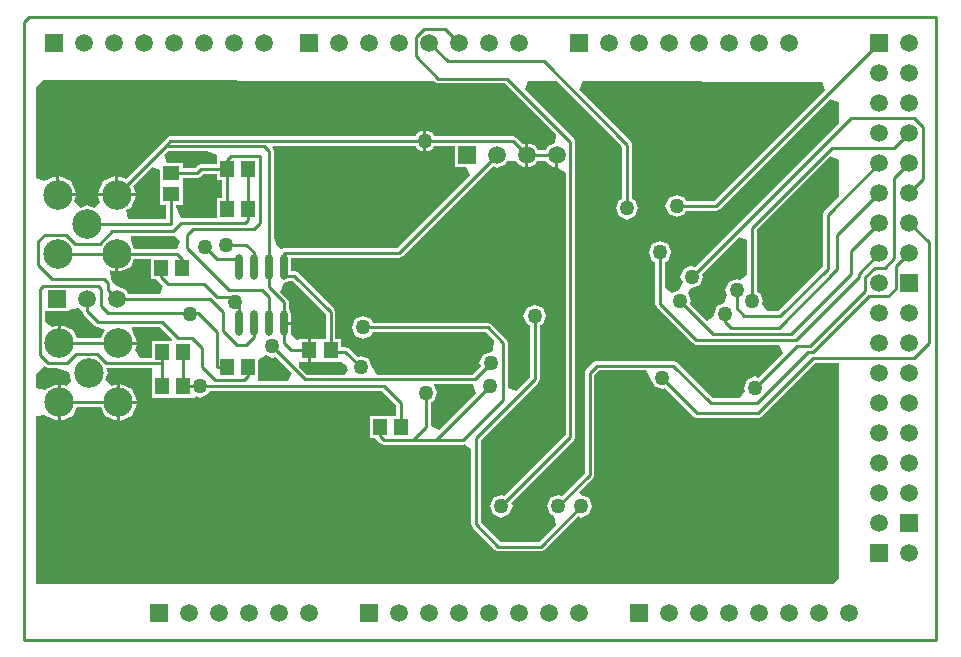
<source format=gbl>
%FSLAX42Y42*%
%MOMM*%
G71*
G01*
G75*
G04 Layer_Physical_Order=2*
G04 Layer_Color=16711680*
%ADD10O,0.60X2.20*%
%ADD11R,0.65X1.10*%
%ADD12R,1.20X1.40*%
%ADD13R,1.40X1.20*%
%ADD14R,2.00X1.30*%
%ADD15R,2.00X2.00*%
%ADD16R,1.40X1.10*%
%ADD17R,1.10X0.65*%
%ADD18O,0.60X2.30*%
%ADD19C,0.25*%
%ADD20R,1.50X1.50*%
%ADD21C,1.50*%
%ADD22R,1.50X1.50*%
%ADD23C,2.50*%
%ADD24C,1.27*%
G36*
X2616Y2831D02*
X2634Y2824D01*
X2651Y2807D01*
X2651Y2807D01*
Y2807D01*
X2663Y2778D01*
X2757Y2684D01*
X2786Y2671D01*
Y2671D01*
X2786Y2671D01*
X2840Y2651D01*
Y2651D01*
X2809Y2577D01*
X2601D01*
X2570Y2651D01*
X2468Y2694D01*
Y2536D01*
X2442D01*
Y2694D01*
X2396Y2674D01*
X2332Y2717D01*
Y2808D01*
X2338D01*
Y2808D01*
X2539D01*
Y2821D01*
X2614Y2836D01*
X2616Y2831D01*
D02*
G37*
G36*
X9055Y4091D02*
Y3779D01*
X8930Y3655D01*
X8918Y3625D01*
Y3185D01*
X8542Y2809D01*
X8450D01*
X8407Y2872D01*
X8415Y2891D01*
X8387Y2959D01*
X8360Y2970D01*
Y3496D01*
X8984Y4120D01*
X9055Y4091D01*
D02*
G37*
G36*
X4710Y2783D02*
Y2572D01*
X4666Y2572D01*
D01*
X4656D01*
Y2572D01*
X4584D01*
Y2476D01*
Y2381D01*
X4656D01*
Y2381D01*
X4656D01*
X4656Y2381D01*
X4666D01*
Y2381D01*
X4836D01*
Y2381D01*
X4837D01*
X4836D01*
X4880Y2353D01*
X4901Y2314D01*
X4872Y2271D01*
X4551D01*
X4485Y2337D01*
Y2381D01*
X4485Y2381D01*
X4558D01*
Y2476D01*
Y2572D01*
X4485D01*
Y2568D01*
X4465Y2560D01*
X4411Y2614D01*
X4416Y2626D01*
Y2694D01*
X4356D01*
Y2719D01*
X4416D01*
Y2786D01*
X4399Y2829D01*
X4397Y2829D01*
Y2883D01*
X4385Y2912D01*
X4325Y2972D01*
X4356Y3046D01*
X4356D01*
X4356Y3046D01*
X4399Y3064D01*
X4399Y3065D01*
X4428D01*
X4710Y2783D01*
D02*
G37*
G36*
X3412Y2565D02*
Y2559D01*
X3412Y2559D01*
X3241D01*
Y2414D01*
X3136D01*
X3093Y2477D01*
X3113Y2523D01*
X2955D01*
Y2549D01*
X3113D01*
X3070Y2651D01*
Y2651D01*
Y2651D01*
Y2651D01*
X3074Y2671D01*
X3305D01*
X3412Y2565D01*
D02*
G37*
G36*
X5984Y2118D02*
X5672Y1806D01*
X5601Y1835D01*
Y2039D01*
X5628Y2050D01*
X5656Y2117D01*
X5656D01*
Y2117D01*
D01*
Y2117D01*
X5656Y2118D01*
X5654Y2123D01*
X5654Y2123D01*
X5628Y2186D01*
Y2186D01*
X5629Y2189D01*
X5955D01*
X5984Y2118D01*
D02*
G37*
G36*
X9055Y546D02*
D01*
X9004Y495D01*
X2261D01*
Y1917D01*
X2335Y1932D01*
X2340Y1921D01*
X2442Y1878D01*
Y2036D01*
Y2194D01*
X2340Y2151D01*
X2335Y2140D01*
X2261Y2155D01*
Y2276D01*
X2328Y2343D01*
X2357Y2331D01*
X2433D01*
X2536Y2289D01*
X2551Y2214D01*
X2512Y2175D01*
X2468Y2194D01*
Y2036D01*
Y1878D01*
X2570Y1921D01*
X2601Y1995D01*
X2809D01*
X2840Y1921D01*
X2942Y1878D01*
Y2036D01*
Y2194D01*
X2898Y2175D01*
X2844Y2229D01*
X2868Y2286D01*
X2849Y2331D01*
X2849Y2331D01*
X3241D01*
Y2267D01*
X3241D01*
Y2076D01*
X3412D01*
Y2076D01*
X3412D01*
X3412Y2076D01*
X3421D01*
Y2076D01*
X3592D01*
Y2076D01*
X3612Y2090D01*
X3648Y2075D01*
X3716Y2104D01*
X3727Y2130D01*
X5191D01*
X5307Y2015D01*
Y1924D01*
X5262Y1924D01*
D01*
X5253D01*
Y1924D01*
X5082D01*
Y1733D01*
X5129D01*
X5139Y1723D01*
X5139Y1723D01*
X5139Y1723D01*
X5172Y1690D01*
X5201Y1678D01*
X5872D01*
X5880Y1681D01*
X5943Y1639D01*
Y1003D01*
X5943Y1003D01*
X5943Y1003D01*
X5955Y974D01*
X6143Y786D01*
X6143Y786D01*
X6143D01*
X6143Y786D01*
X6143D01*
Y786D01*
D01*
D01*
D01*
D01*
X6143D01*
Y786D01*
D01*
X6172Y774D01*
X6530D01*
X6560Y786D01*
X6844Y1071D01*
X6869Y1060D01*
Y1060D01*
X6869D01*
X6869D01*
Y1060D01*
D01*
X6871Y1059D01*
X6939Y1088D01*
X6939Y1089D01*
X6939D01*
D01*
Y1089D01*
X6939D01*
D01*
X6966Y1154D01*
X6966D01*
D01*
D01*
X6966D01*
Y1154D01*
D01*
D01*
D01*
D01*
Y1154D01*
X6967Y1156D01*
X6965Y1160D01*
Y1160D01*
X6955Y1186D01*
X6939Y1224D01*
X6939Y1224D01*
X6937Y1224D01*
X6937Y1224D01*
X6872Y1251D01*
X6871Y1252D01*
X6871Y1252D01*
X6856Y1273D01*
X6974Y1391D01*
X6986Y1420D01*
X6986Y1420D01*
X6986Y1420D01*
Y2269D01*
X7022Y2306D01*
X7420D01*
X7460Y2245D01*
X7460Y2245D01*
X7460D01*
X7488Y2179D01*
D01*
X7488D01*
Y2179D01*
D01*
X7488Y2179D01*
X7488Y2177D01*
X7557Y2149D01*
X7558Y2150D01*
X7558D01*
X7583Y2160D01*
X7583D01*
Y2160D01*
X7827Y1916D01*
X7856Y1904D01*
X8372D01*
X8401Y1916D01*
X8856Y2372D01*
X9055D01*
Y546D01*
D02*
G37*
G36*
X4254Y2413D02*
D01*
X4254Y2413D01*
X4256Y2414D01*
X4256D01*
X4281Y2424D01*
X4281D01*
Y2424D01*
X4422Y2283D01*
X4393Y2213D01*
X4154D01*
X4138Y2220D01*
Y2241D01*
X4138D01*
Y2393D01*
X4201Y2435D01*
X4254Y2413D01*
D02*
G37*
G36*
X8277Y3408D02*
Y3116D01*
X8214Y3074D01*
X8193Y3083D01*
X8193D01*
X8192Y3083D01*
X8123Y3055D01*
X8123Y3053D01*
D01*
X8095Y2987D01*
X8112Y2947D01*
X8083Y2877D01*
X8022Y2852D01*
X7994Y2784D01*
X8002Y2764D01*
X7938Y2722D01*
X7794Y2866D01*
X7804Y2891D01*
X7804D01*
X7804Y2891D01*
X7805Y2893D01*
X7777Y2961D01*
X7791Y2994D01*
X7811Y3003D01*
X7811D01*
X7877Y3030D01*
D01*
Y3030D01*
X7877D01*
D01*
X7877Y3030D01*
X7879Y3031D01*
X7907Y3099D01*
X7906Y3100D01*
X7906D01*
X7906D01*
Y3100D01*
Y3100D01*
X7906D01*
X7896Y3126D01*
X8207Y3437D01*
X8277Y3408D01*
D02*
G37*
G36*
X3787Y3918D02*
X3831D01*
Y3766D01*
X3787D01*
Y3597D01*
X3485D01*
X3445Y3694D01*
Y3711D01*
X3499D01*
Y3882D01*
D01*
Y3882D01*
X3499Y3882D01*
Y3891D01*
D01*
X3499Y3935D01*
X3619D01*
X3649Y3947D01*
X3649Y3947D01*
X3649Y3947D01*
X3674Y3972D01*
X3787D01*
Y3918D01*
D02*
G37*
G36*
X3787Y4130D02*
Y4109D01*
X3787D01*
X3787Y4054D01*
X3656D01*
X3627Y4042D01*
X3602Y4017D01*
X3499D01*
Y4062D01*
X3369D01*
X3339Y4132D01*
X3372Y4165D01*
X3703D01*
X3787Y4130D01*
D02*
G37*
G36*
X5627Y4756D02*
X5635Y4749D01*
X5664Y4737D01*
X6229D01*
X6663Y4303D01*
X6648Y4228D01*
X6591Y4204D01*
X6579Y4175D01*
X6502D01*
X6490Y4204D01*
X6426Y4231D01*
Y4127D01*
Y4024D01*
X6490Y4051D01*
X6502Y4080D01*
X6579D01*
X6591Y4051D01*
X6655Y4024D01*
Y4128D01*
X6680D01*
Y4024D01*
X6677Y4023D01*
X6741Y3981D01*
Y1757D01*
X6224Y1241D01*
X6199Y1251D01*
Y1251D01*
X6199D01*
X6199D01*
Y1251D01*
D01*
X6198Y1252D01*
X6130Y1224D01*
X6129Y1222D01*
X6129D01*
D01*
Y1222D01*
X6129D01*
D01*
X6101Y1156D01*
X6130Y1088D01*
X6196Y1060D01*
Y1060D01*
X6198Y1059D01*
X6266Y1088D01*
D01*
D01*
D01*
Y1088D01*
X6294Y1156D01*
X6293Y1157D01*
X6293D01*
X6293D01*
Y1157D01*
Y1157D01*
X6293D01*
X6283Y1183D01*
X6811Y1711D01*
X6823Y1740D01*
X6823Y1740D01*
X6823Y1740D01*
Y4242D01*
X6811Y4271D01*
X6398Y4684D01*
X6427Y4755D01*
X6668Y4754D01*
X7221Y4202D01*
Y3757D01*
X7194Y3746D01*
X7166Y3678D01*
X7194Y3610D01*
X7262Y3582D01*
X7330Y3610D01*
X7358Y3678D01*
X7330Y3746D01*
X7303Y3757D01*
Y4219D01*
X7291Y4248D01*
X6856Y4683D01*
X6885Y4754D01*
X8910Y4750D01*
X8939Y4680D01*
X7999Y3739D01*
X7763D01*
X7752Y3766D01*
X7683Y3794D01*
X7615Y3766D01*
X7587Y3698D01*
X7615Y3630D01*
X7683Y3602D01*
X7752Y3630D01*
X7763Y3657D01*
X8016D01*
X8045Y3669D01*
X8045Y3669D01*
X8045Y3669D01*
X8984Y4608D01*
X9055Y4579D01*
Y4401D01*
X7837Y3184D01*
X7812Y3194D01*
Y3194D01*
X7812D01*
X7812D01*
Y3194D01*
D01*
X7811Y3195D01*
X7742Y3167D01*
X7742Y3165D01*
X7742D01*
D01*
Y3165D01*
X7742D01*
D01*
X7714Y3099D01*
X7732Y3057D01*
X7702Y2987D01*
X7646Y2963D01*
X7582Y3006D01*
Y3225D01*
X7609Y3236D01*
X7637Y3303D01*
X7637D01*
D01*
D01*
X7637D01*
Y3303D01*
D01*
Y3303D01*
X7637Y3305D01*
X7636Y3309D01*
Y3309D01*
X7634Y3314D01*
X7609Y3373D01*
Y3373D01*
D01*
D01*
D01*
X7541Y3401D01*
X7540Y3400D01*
Y3400D01*
X7473Y3373D01*
X7445Y3305D01*
X7473Y3236D01*
X7500Y3225D01*
Y2872D01*
X7512Y2843D01*
X7819Y2536D01*
X7819Y2536D01*
X7819D01*
X7819Y2536D01*
X7819D01*
Y2536D01*
D01*
D01*
D01*
D01*
X7819D01*
Y2536D01*
D01*
X7848Y2524D01*
X8551D01*
X8580Y2454D01*
X8371Y2244D01*
X8346Y2255D01*
Y2255D01*
X8346D01*
X8346D01*
Y2255D01*
D01*
X8344Y2255D01*
X8276Y2227D01*
X8275Y2225D01*
X8275D01*
D01*
Y2225D01*
X8275D01*
D01*
X8248Y2159D01*
X8258Y2134D01*
X8216Y2071D01*
X7988D01*
X7682Y2376D01*
X7653Y2388D01*
X7005D01*
X6976Y2376D01*
X6915Y2315D01*
X6903Y2286D01*
Y1437D01*
X6707Y1241D01*
X6682Y1251D01*
Y1251D01*
X6682D01*
X6682D01*
Y1251D01*
D01*
X6680Y1252D01*
X6612Y1224D01*
X6611Y1222D01*
X6611D01*
D01*
Y1222D01*
X6611D01*
D01*
X6584Y1156D01*
X6611Y1089D01*
X6611Y1089D01*
X6611D01*
X6612Y1088D01*
X6642Y1075D01*
X6657Y1000D01*
X6513Y857D01*
X6189D01*
X6025Y1020D01*
Y1718D01*
X6509Y2201D01*
X6509Y2201D01*
X6509Y2201D01*
X6521Y2230D01*
Y2687D01*
X6548Y2698D01*
X6575Y2764D01*
X6575D01*
D01*
D01*
X6575D01*
Y2764D01*
D01*
Y2764D01*
X6576Y2766D01*
X6574Y2771D01*
Y2771D01*
X6572Y2775D01*
X6548Y2834D01*
Y2834D01*
D01*
D01*
D01*
X6480Y2862D01*
X6478Y2862D01*
Y2862D01*
X6411Y2834D01*
X6383Y2766D01*
X6411Y2698D01*
X6438Y2687D01*
Y2247D01*
X6322Y2131D01*
X6252Y2160D01*
Y2540D01*
X6239Y2569D01*
X6110Y2699D01*
X6081Y2711D01*
X5108D01*
X5097Y2738D01*
X5029Y2766D01*
X4961Y2738D01*
X4933Y2670D01*
X4961Y2601D01*
X5029Y2573D01*
X5097Y2601D01*
X5108Y2628D01*
X6064D01*
X6138Y2554D01*
X6131Y2478D01*
X6109Y2464D01*
X6109Y2464D01*
Y2464D01*
X6041Y2435D01*
X6012Y2367D01*
X6024Y2340D01*
X5954Y2271D01*
X5145D01*
X5105Y2332D01*
X5105Y2332D01*
X5105D01*
X5078Y2398D01*
D01*
X5078D01*
Y2398D01*
D01*
D01*
X5078Y2398D01*
X5077Y2400D01*
X5076Y2400D01*
D01*
X5074Y2401D01*
X5009Y2428D01*
D01*
X5009D01*
D01*
X5007Y2427D01*
Y2427D01*
Y2427D01*
X5007D01*
D01*
D01*
X5007D01*
Y2427D01*
X4982Y2417D01*
X4903Y2495D01*
X4874Y2508D01*
X4836D01*
Y2572D01*
X4792D01*
Y2801D01*
X4780Y2830D01*
X4474Y3136D01*
X4445Y3148D01*
X4416D01*
Y3261D01*
X5334D01*
X5363Y3273D01*
X5363Y3273D01*
X5363Y3273D01*
X6124Y4034D01*
X6160Y4019D01*
X6236Y4051D01*
X6248Y4080D01*
X6325D01*
X6337Y4051D01*
X6401Y4024D01*
Y4127D01*
Y4231D01*
X6378Y4221D01*
X6323Y4276D01*
X6294Y4288D01*
X5629D01*
X5618Y4315D01*
X5563Y4338D01*
Y4247D01*
Y4156D01*
X5618Y4179D01*
X5629Y4206D01*
X5805D01*
Y4027D01*
X5901D01*
X5930Y3957D01*
X5317Y3343D01*
X4356D01*
X4334Y3334D01*
X4299Y3357D01*
X4270Y3427D01*
Y4168D01*
X4258Y4197D01*
X4262Y4206D01*
X5471D01*
X5482Y4179D01*
X5537Y4156D01*
Y4247D01*
Y4338D01*
X5482Y4315D01*
X5471Y4288D01*
X3396D01*
X3367Y4276D01*
X3326Y4235D01*
X3016Y3925D01*
X2955Y3951D01*
Y3806D01*
X3100D01*
X3075Y3867D01*
X3238Y4030D01*
X3308Y4001D01*
Y3891D01*
X3308Y3891D01*
X3308Y3882D01*
X3308D01*
Y3711D01*
X3362D01*
Y3589D01*
X3033Y3587D01*
X3018Y3662D01*
X3058Y3678D01*
X3100Y3781D01*
X2785D01*
X2803Y3736D01*
X2749Y3683D01*
X2692Y3706D01*
X2636Y3683D01*
X2582Y3736D01*
X2600Y3781D01*
X2442D01*
Y3793D01*
X2430D01*
Y3951D01*
X2327Y3908D01*
X2327D01*
X2327D01*
X2261Y3936D01*
Y4709D01*
X2315Y4762D01*
X5627Y4756D01*
D02*
G37*
G36*
X3480Y3396D02*
X3454Y3335D01*
X3088D01*
X3060Y3403D01*
X3060Y3403D01*
X3060Y3403D01*
X3058Y3408D01*
Y3408D01*
X3065Y3446D01*
X3416D01*
X3426Y3450D01*
X3480Y3396D01*
D02*
G37*
G36*
X2955Y3136D02*
X3058Y3178D01*
X3088Y3252D01*
X3228D01*
Y3080D01*
X3274D01*
X3284Y3070D01*
X3284Y3070D01*
X3284Y3070D01*
X3334Y3020D01*
X3305Y2950D01*
X3038D01*
X3023Y2985D01*
X2946Y3017D01*
X2946Y3017D01*
X2946D01*
X2946Y3017D01*
D01*
D01*
X2907Y3046D01*
Y3048D01*
X2895Y3077D01*
D01*
X2880Y3156D01*
X2930Y3136D01*
Y3293D01*
X2955D01*
Y3136D01*
D02*
G37*
%LPC*%
G36*
X3113Y2023D02*
X2968D01*
Y1878D01*
X3070Y1921D01*
X3113Y2023D01*
D02*
G37*
G36*
X2930Y3951D02*
X2827Y3908D01*
X2785Y3806D01*
X2930D01*
Y3951D01*
D02*
G37*
G36*
X2455D02*
Y3806D01*
X2600D01*
X2558Y3908D01*
X2455Y3951D01*
D02*
G37*
G36*
X2968Y2194D02*
Y2049D01*
X3113D01*
X3070Y2151D01*
X2968Y2194D01*
D02*
G37*
%LPD*%
D10*
X3975Y3186D02*
D03*
X4102D02*
D03*
X4229D02*
D03*
X4356D02*
D03*
X3975Y2706D02*
D03*
X4102D02*
D03*
X4229D02*
D03*
X4356D02*
D03*
D12*
X4052Y3670D02*
D03*
X3872D02*
D03*
X5348Y1829D02*
D03*
X5168D02*
D03*
X4751Y2476D02*
D03*
X4571D02*
D03*
X4052Y2337D02*
D03*
X3872D02*
D03*
X3326Y2172D02*
D03*
X3506D02*
D03*
X3326Y2464D02*
D03*
X3506D02*
D03*
X3494Y3175D02*
D03*
X3314D02*
D03*
X3872Y4013D02*
D03*
X4052D02*
D03*
D13*
X3404Y3976D02*
D03*
Y3796D02*
D03*
D19*
X3892Y2928D02*
X3975Y2845D01*
Y2855D01*
X4356Y3302D02*
X5334D01*
X4356Y3106D02*
X4445D01*
X4751Y2466D02*
X4874D01*
X3396Y4247D02*
X5550D01*
X3355Y4206D02*
X4191D01*
X3355D02*
X3396Y4247D01*
X3559Y2786D02*
Y2789D01*
X3632D01*
X3326Y2372D02*
Y2464D01*
X2870Y2789D02*
X3559D01*
X2849Y2372D02*
X3326D01*
X3792Y3249D02*
X3975D01*
X3648Y2172D02*
X5208D01*
X3506D02*
X3648D01*
X5644Y1720D02*
X6101Y2177D01*
X5644Y1720D02*
X5872D01*
X5451D02*
X5560Y1829D01*
X5451Y1720D02*
X5644D01*
X5201D02*
X5451D01*
X9222Y3126D02*
X9398Y3302D01*
X9222Y3094D02*
Y3126D01*
X8693Y2565D02*
X9222Y3094D01*
X7848Y2565D02*
X8693D01*
X7541Y2872D02*
X7848Y2565D01*
X7541Y2872D02*
Y3305D01*
X8959Y3625D02*
X9398Y4064D01*
X8959Y3168D02*
Y3625D01*
X8559Y2768D02*
X8959Y3168D01*
X8255Y2768D02*
X8559D01*
X8192Y2831D02*
X8255Y2768D01*
X8192Y2831D02*
Y2987D01*
X8090Y2718D02*
Y2784D01*
Y2718D02*
X8141Y2667D01*
X8545D01*
X9042Y3164D01*
Y3454D01*
X9398Y3810D01*
X7557Y2245D02*
X7856Y1946D01*
X8372D01*
X8839Y2413D01*
X9690D01*
X9816Y2539D01*
Y3392D01*
X9652Y3556D02*
X9816Y3392D01*
X5972Y2230D02*
X6109Y2367D01*
X4534Y2230D02*
X5972D01*
X4254Y2510D02*
X4534Y2230D01*
X4356Y3106D02*
Y3186D01*
X4445Y3106D02*
X4751Y2801D01*
Y2476D02*
Y2801D01*
X3787Y2337D02*
X3872D01*
X3632Y2789D02*
X3787Y2634D01*
X3866Y3368D02*
X4039D01*
X4102Y3305D01*
Y3186D02*
Y3305D01*
X2773Y2449D02*
X2849Y2372D01*
X2599Y2449D02*
X2773D01*
X2522Y2372D02*
X2599Y2449D01*
X2357Y2372D02*
X2522D01*
X2291Y2438D02*
X2357Y2372D01*
X2291Y2438D02*
Y2997D01*
X2316Y3023D01*
X2781D01*
X2807Y2997D01*
Y2852D02*
Y2997D01*
Y2852D02*
X2870Y2789D01*
X3787Y2337D02*
Y2634D01*
X5348Y1829D02*
Y2032D01*
X5208Y2172D02*
X5348Y2032D01*
X3404Y3548D02*
Y3796D01*
X2692Y3543D02*
X3404Y3548D01*
X4052Y2261D02*
Y2337D01*
X4019Y2228D02*
X4052Y2261D01*
X3774Y2228D02*
X4019D01*
X3665Y2337D02*
X3774Y2228D01*
X3665Y2337D02*
Y2494D01*
X3581Y2578D02*
X3665Y2494D01*
X3457Y2578D02*
X3581D01*
X3322Y2713D02*
X3457Y2578D01*
X2786Y2713D02*
X3322D01*
X2692Y2807D02*
X2786Y2713D01*
X2692Y2807D02*
Y2908D01*
X5029Y2670D02*
X6081D01*
X6210Y2540D01*
Y2057D02*
Y2540D01*
X5872Y1720D02*
X6210Y2057D01*
X6480Y2230D02*
Y2766D01*
X5984Y1735D02*
X6480Y2230D01*
X5984Y1003D02*
Y1735D01*
Y1003D02*
X6172Y815D01*
X6530D01*
X6871Y1156D01*
X6198D02*
X6782Y1740D01*
Y4242D01*
X6246Y4778D02*
X6782Y4242D01*
X5664Y4778D02*
X6246D01*
X5474Y4968D02*
X5664Y4778D01*
X5474Y4968D02*
Y5131D01*
X5542Y5199D01*
X5723D01*
X5842Y5080D01*
X5168Y1753D02*
Y1829D01*
Y1753D02*
X5201Y1720D01*
X8344Y2159D02*
X8700Y2515D01*
X8813D01*
X9279Y2981D01*
Y3094D01*
X9360Y3175D01*
X9444D01*
X9525Y3256D01*
Y3937D01*
X9652Y4064D01*
X6680Y1156D02*
X6944Y1420D01*
Y2286D01*
X7005Y2347D01*
X7653D01*
X7971Y2029D01*
X8362D01*
X8796Y2464D01*
X8839D01*
X9309Y2934D01*
X9474D01*
X9538Y2997D01*
Y3188D01*
X9652Y3302D01*
X7262Y3678D02*
Y4219D01*
X6558Y4923D02*
X7262Y4219D01*
X5745Y4923D02*
X6558D01*
X5588Y5080D02*
X5745Y4923D01*
X7709Y2893D02*
X7986Y2616D01*
X8649D01*
X9159Y3127D01*
Y3317D01*
X9398Y3556D01*
X5560Y1829D02*
Y2118D01*
X2942Y3793D02*
X3355Y4206D01*
X4191D02*
X4229Y4168D01*
Y3186D02*
Y4168D01*
X2866Y2988D02*
X2946Y2908D01*
X2866Y2988D02*
Y3048D01*
X2832Y3082D02*
X2866Y3048D01*
X2397Y3082D02*
X2832D01*
X2278Y3200D02*
X2397Y3082D01*
X2278Y3200D02*
Y3404D01*
X2331Y3456D01*
X2510D01*
X2586Y3380D01*
X2799D01*
X2905Y3487D01*
X3416D01*
X3485Y3556D01*
X4027D01*
X4052Y3581D01*
Y3670D01*
X3975Y3186D02*
Y3249D01*
X3688Y3353D02*
X3792Y3249D01*
X3314Y3099D02*
Y3175D01*
Y3099D02*
X3375Y3038D01*
X3676D01*
X3786Y2928D01*
X3892D01*
X3975Y2706D02*
Y2845D01*
X4229Y2706D02*
Y2931D01*
X4171Y2990D02*
X4229Y2931D01*
X3889Y2990D02*
X4171D01*
X3536Y3343D02*
X3889Y2990D01*
X3536Y3343D02*
Y3454D01*
X3586Y3505D01*
X4102D01*
X4153Y3556D01*
Y4122D01*
X3905D02*
X4153D01*
X3872Y4089D02*
X3905Y4122D01*
X3872Y4013D02*
Y4089D01*
X2946Y2908D02*
X3734D01*
X3838Y2804D01*
Y2642D02*
Y2804D01*
Y2642D02*
X3957Y2522D01*
X4039D01*
X4102Y2586D01*
Y2706D01*
X5550Y4247D02*
X6294D01*
X6414Y4128D01*
X3942Y2888D02*
X3975Y2855D01*
X8318Y2891D02*
Y3513D01*
X8997Y4191D01*
X9525D01*
X9652Y4318D01*
X7683Y3698D02*
X8016D01*
X9398Y5080D01*
X9652Y3810D02*
X9766Y3924D01*
Y4369D01*
X9690Y4445D02*
X9766Y4369D01*
X9157Y4445D02*
X9690D01*
X7811Y3099D02*
X9157Y4445D01*
X5334Y3302D02*
X6160Y4128D01*
X4356Y3186D02*
Y3302D01*
X4751Y2466D02*
Y2476D01*
X4874Y2466D02*
X5009Y2332D01*
X4356Y2540D02*
Y2706D01*
Y2540D02*
X4420Y2476D01*
X4571D01*
X3494Y3175D02*
Y3254D01*
X3454Y3293D02*
X3494Y3254D01*
X2942Y3293D02*
X3454D01*
X6414Y4128D02*
X6668D01*
X2455Y2036D02*
X2955D01*
X2455Y2536D02*
X2955D01*
X4229Y3010D02*
Y3186D01*
Y3010D02*
X4356Y2883D01*
Y2706D02*
Y2883D01*
X2442Y3293D02*
X2942D01*
X3326Y2172D02*
Y2372D01*
X3506Y2172D02*
Y2464D01*
X3656Y4013D02*
X3872D01*
X3619Y3976D02*
X3656Y4013D01*
X3404Y3976D02*
X3619D01*
X3872Y3670D02*
Y4013D01*
X4052Y3840D02*
Y4013D01*
Y3840D02*
X4052Y3840D01*
Y3670D02*
Y3840D01*
X9881Y25D02*
Y5296D01*
X2197D02*
X9881D01*
X2159Y25D02*
X9881D01*
X2159D02*
Y5258D01*
X2197Y5296D01*
D20*
X2413Y5080D02*
D03*
X6858D02*
D03*
X5080Y254D02*
D03*
X2438Y2908D02*
D03*
X4572Y5080D02*
D03*
X5906Y4128D02*
D03*
X9398Y5080D02*
D03*
X3302Y254D02*
D03*
X9398Y762D02*
D03*
X7366Y254D02*
D03*
D21*
X2667Y5080D02*
D03*
X2921D02*
D03*
X3175D02*
D03*
X3429D02*
D03*
X3683D02*
D03*
X3937D02*
D03*
X4191D02*
D03*
X7112D02*
D03*
X7366D02*
D03*
X7620D02*
D03*
X7874D02*
D03*
X8128D02*
D03*
X8382D02*
D03*
X8636D02*
D03*
X9398Y3048D02*
D03*
X9652Y3302D02*
D03*
X9398D02*
D03*
X9652Y3556D02*
D03*
X9398D02*
D03*
X9652Y3810D02*
D03*
X9398D02*
D03*
X9652Y4064D02*
D03*
X9398D02*
D03*
X9652Y4318D02*
D03*
X9398D02*
D03*
X9652Y4572D02*
D03*
X9398D02*
D03*
X9652Y4826D02*
D03*
X9398D02*
D03*
X5334Y254D02*
D03*
X5588D02*
D03*
X5842D02*
D03*
X6096D02*
D03*
X6350D02*
D03*
X6604D02*
D03*
X6858D02*
D03*
X2692Y2908D02*
D03*
X2946D02*
D03*
X4826Y5080D02*
D03*
X5080D02*
D03*
X5334D02*
D03*
X5588D02*
D03*
X5842D02*
D03*
X6096D02*
D03*
X6350D02*
D03*
X6668Y4128D02*
D03*
X6414D02*
D03*
X6160D02*
D03*
X9398Y1016D02*
D03*
X9652Y1270D02*
D03*
X9398D02*
D03*
X9652Y1524D02*
D03*
X9398D02*
D03*
X9652Y1778D02*
D03*
X9398D02*
D03*
X9652Y2032D02*
D03*
X9398D02*
D03*
X9652Y2286D02*
D03*
X9398D02*
D03*
X9652Y2540D02*
D03*
X9398D02*
D03*
X9652Y2794D02*
D03*
X9398D02*
D03*
X9652Y5080D02*
D03*
X3556Y254D02*
D03*
X3810D02*
D03*
X4064D02*
D03*
X4318D02*
D03*
X4572D02*
D03*
X9652Y762D02*
D03*
X9144Y254D02*
D03*
X8890D02*
D03*
X8636D02*
D03*
X8382D02*
D03*
X8128D02*
D03*
X7874D02*
D03*
X7620D02*
D03*
D22*
X9652Y3048D02*
D03*
Y1016D02*
D03*
D23*
X2455Y2536D02*
D03*
X2955D02*
D03*
Y2036D02*
D03*
X2455D02*
D03*
X2705Y2286D02*
D03*
X2442Y3793D02*
D03*
X2942D02*
D03*
Y3293D02*
D03*
X2442D02*
D03*
X2692Y3543D02*
D03*
D24*
X7541Y3305D02*
D03*
X8192Y2987D02*
D03*
X8090Y2784D02*
D03*
X7557Y2245D02*
D03*
X6109Y2367D02*
D03*
X4254Y2510D02*
D03*
X3559Y2786D02*
D03*
X3866Y3368D02*
D03*
X3648Y2172D02*
D03*
X5029Y2670D02*
D03*
X6480Y2766D02*
D03*
X6871Y1156D02*
D03*
X6198D02*
D03*
X6101Y2177D02*
D03*
X8344Y2159D02*
D03*
X6680Y1156D02*
D03*
X7262Y3678D02*
D03*
X7709Y2893D02*
D03*
X5560Y2118D02*
D03*
X3688Y3353D02*
D03*
X5550Y4247D02*
D03*
X3942Y2888D02*
D03*
X8318Y2891D02*
D03*
X7683Y3698D02*
D03*
X7811Y3099D02*
D03*
X5009Y2332D02*
D03*
M02*

</source>
